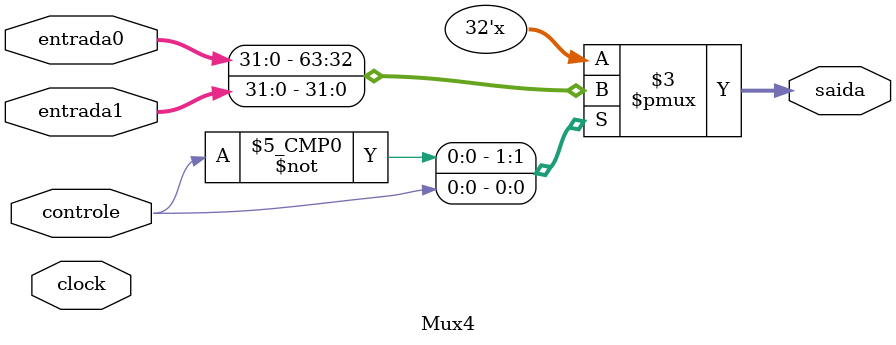
<source format=v>
module Mux4(clock, entrada0, entrada1, controle, saida);
	
	//Iniciando os fio tudo.
	input wire clock;
	input wire [31:0]entrada0;
	input wire [31:0]entrada1;
	input wire controle;
	output reg [31:0]saida;

	parameter selectEntrada0=1'b0;
	parameter selectEntrada1=1'b1;
	
	//Setando estado inicial para todos os fios.
	initial begin
		saida <= 32'b0000000000000000;
	end

	always@(*) begin
		case (controle)
			selectEntrada0: begin
				saida <= entrada0;
			end

			selectEntrada1: begin
				saida <= entrada1;
			end
			
		endcase
	end
endmodule 
</source>
